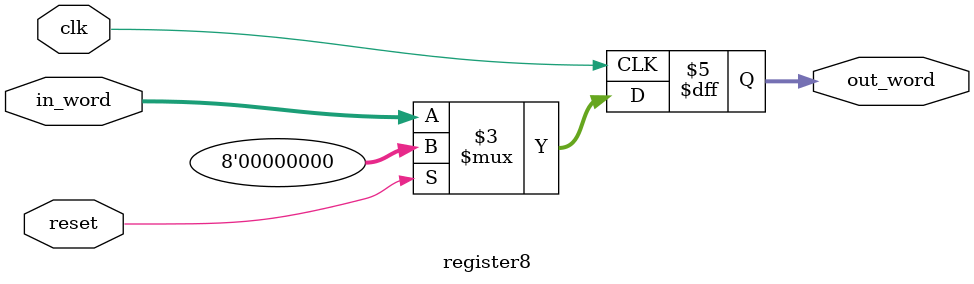
<source format=sv>
`timescale 1ns/1ps
module register8(
    input logic clk, reset,
    input logic [7:0]in_word,
    output logic [7:0]out_word
);

always_ff@(posedge clk)begin
    if (reset)
        begin
            out_word <= 8'b0;
        end
    else
        begin
            out_word <= in_word;
        end
end

endmodule

</source>
